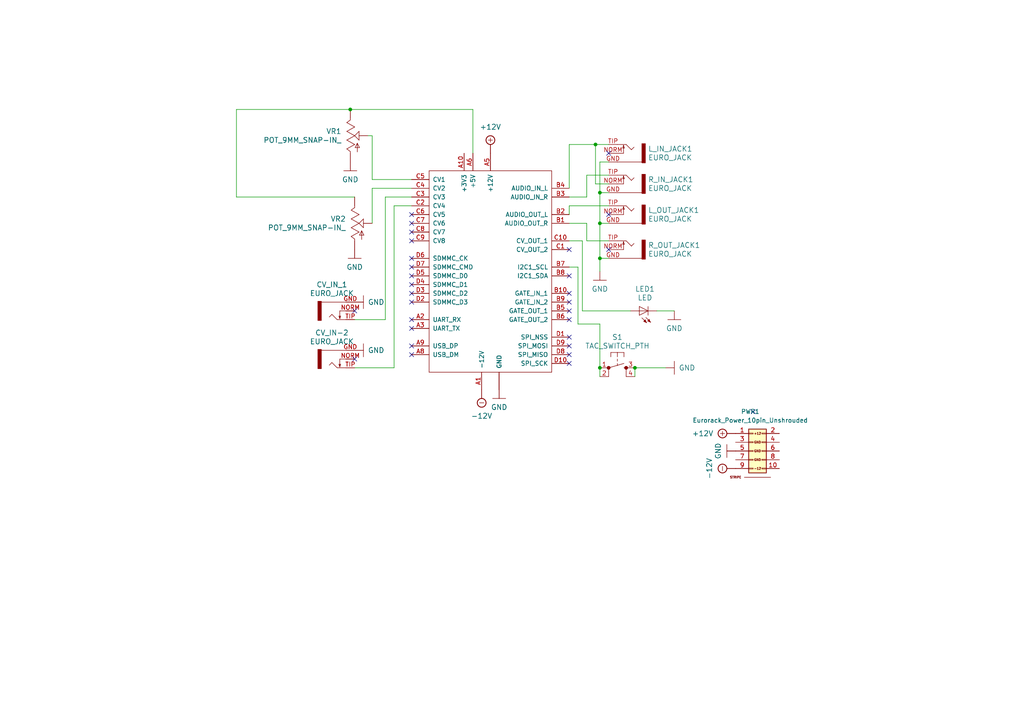
<source format=kicad_sch>
(kicad_sch (version 20230121) (generator eeschema)
  (paper "A4")
  (title_block (title "Simplest Patch SM Module") (date "2023-12-21"))
  (lib_symbols
    (symbol "ES_Daisy_Patch_SM_FB_Rev1-eagle-import:+12V" (power) (pin_names (offset 1.016))
      (property "Value" "+12V" (at -2.54 3.175 0))
      (symbol "+12V_1_0"
        (polyline (pts (xy -0.635 1.27) (xy 0.635 1.27)))
        (polyline (pts (xy 0 1.905) (xy 0 0.635)))
        (circle (center 0 1.27) (radius 1.27) (stroke (width 0.254)))
        (pin power_in line (at 0 -2.54 90) (length 2.54) (name "+12V") (number "1"))
      )
    )
    (symbol "ES_Daisy_Patch_SM_FB_Rev1-eagle-import:-12V" (power) (pin_names (offset 1.016))
      (property "Value" "-12V" (at -3.175 -4.699 0))
      (symbol "-12V_1_0"
        (circle (center 0 -1.27) (radius 1.27) (stroke (width 0.254)))
        (polyline (pts (xy -0.635 -1.27) (xy 0.635 -1.27)))
        (pin power_in line (at 0 2.54 270) (length 2.54) (name "-12V") (number "1"))
      )
    )
    (symbol "ES_Daisy_Patch_SM_FB_Rev1-eagle-import:ES_DAISY_PATCH_SM_REV1" (pin_names (offset 1.016))
      (symbol "ES_DAISY_PATCH_SM_REV1_1_0"
        (polyline (pts (xy -17.78 -30.48) (xy 17.78 -30.48)))
        (polyline (pts (xy -17.78 27.94) (xy -17.78 -30.48)))
        (polyline (pts (xy 17.78 -30.48) (xy 17.78 27.94)))
        (polyline (pts (xy 17.78 27.94) (xy -17.78 27.94)))
        (pin bidirectional line (at -2.54 -35.56 90) (length 5.08) (name "-12V") (number "A1"))
        (pin bidirectional line (at -7.62 33.02 270) (length 5.08) (name "+3V3") (number "A10"))
        (pin bidirectional line (at -22.86 -15.24 0) (length 5.08) (name "UART_RX") (number "A2"))
        (pin bidirectional line (at -22.86 -17.78 0) (length 5.08) (name "UART_TX") (number "A3"))
        (pin bidirectional line (at 2.54 -35.56 90) (length 5.08) (name "GND") (number "A4"))
        (pin bidirectional line (at 0 33.02 270) (length 5.08) (name "+12V") (number "A5"))
        (pin bidirectional line (at -5.08 33.02 270) (length 5.08) (name "+5V") (number "A6"))
        (pin bidirectional line (at 2.54 -35.56 90) (length 5.08) (name "GND") (number "A7"))
        (pin bidirectional line (at -22.86 -25.4 0) (length 5.08) (name "USB_DM") (number "A8"))
        (pin bidirectional line (at -22.86 -22.86 0) (length 5.08) (name "USB_DP") (number "A9"))
        (pin bidirectional line (at 22.86 12.7 180) (length 5.08) (name "AUDIO_OUT_R") (number "B1"))
        (pin bidirectional line (at 22.86 -7.62 180) (length 5.08) (name "GATE_IN_1") (number "B10"))
        (pin bidirectional line (at 22.86 15.24 180) (length 5.08) (name "AUDIO_OUT_L") (number "B2"))
        (pin bidirectional line (at 22.86 20.32 180) (length 5.08) (name "AUDIO_IN_R") (number "B3"))
        (pin bidirectional line (at 22.86 22.86 180) (length 5.08) (name "AUDIO_IN_L") (number "B4"))
        (pin bidirectional line (at 22.86 -12.7 180) (length 5.08) (name "GATE_OUT_1") (number "B5"))
        (pin bidirectional line (at 22.86 -15.24 180) (length 5.08) (name "GATE_OUT_2") (number "B6"))
        (pin bidirectional line (at 22.86 0 180) (length 5.08) (name "I2C1_SCL") (number "B7"))
        (pin bidirectional line (at 22.86 -2.54 180) (length 5.08) (name "I2C1_SDA") (number "B8"))
        (pin bidirectional line (at 22.86 -10.16 180) (length 5.08) (name "GATE_IN_2") (number "B9"))
        (pin bidirectional line (at 22.86 5.08 180) (length 5.08) (name "CV_OUT_2") (number "C1"))
        (pin bidirectional line (at 22.86 7.62 180) (length 5.08) (name "CV_OUT_1") (number "C10"))
        (pin bidirectional line (at -22.86 17.78 0) (length 5.08) (name "CV4") (number "C2"))
        (pin bidirectional line (at -22.86 20.32 0) (length 5.08) (name "CV3") (number "C3"))
        (pin bidirectional line (at -22.86 22.86 0) (length 5.08) (name "CV2") (number "C4"))
        (pin bidirectional line (at -22.86 25.4 0) (length 5.08) (name "CV1") (number "C5"))
        (pin bidirectional line (at -22.86 15.24 0) (length 5.08) (name "CV5") (number "C6"))
        (pin bidirectional line (at -22.86 12.7 0) (length 5.08) (name "CV6") (number "C7"))
        (pin bidirectional line (at -22.86 10.16 0) (length 5.08) (name "CV7") (number "C8"))
        (pin bidirectional line (at -22.86 7.62 0) (length 5.08) (name "CV8") (number "C9"))
        (pin bidirectional line (at 22.86 -20.32 180) (length 5.08) (name "SPI_NSS") (number "D1"))
        (pin bidirectional line (at 22.86 -27.94 180) (length 5.08) (name "SPI_SCK") (number "D10"))
        (pin bidirectional line (at -22.86 -10.16 0) (length 5.08) (name "SDMMC_D3") (number "D2"))
        (pin bidirectional line (at -22.86 -7.62 0) (length 5.08) (name "SDMMC_D2") (number "D3"))
        (pin bidirectional line (at -22.86 -5.08 0) (length 5.08) (name "SDMMC_D1") (number "D4"))
        (pin bidirectional line (at -22.86 -2.54 0) (length 5.08) (name "SDMMC_D0") (number "D5"))
        (pin bidirectional line (at -22.86 2.54 0) (length 5.08) (name "SDMMC_CK") (number "D6"))
        (pin bidirectional line (at -22.86 0 0) (length 5.08) (name "SDMMC_CMD") (number "D7"))
        (pin bidirectional line (at 22.86 -25.4 180) (length 5.08) (name "SPI_MISO") (number "D8"))
        (pin bidirectional line (at 22.86 -22.86 180) (length 5.08) (name "SPI_MOSI") (number "D9"))
      )
    )
    (symbol "ES_Daisy_Patch_SM_FB_Rev1-eagle-import:EURO_JACK" (pin_names (offset 1.016))
      (property "Reference" "J" (at -2.54 4.064 0))
      (property "Value" "EURO_JACK" (at -5.08 -6.35 0))
      (symbol "EURO_JACK_1_0"
        (polyline (pts (xy -2.54 -2.54) (xy 4.572 -2.54)))
        (polyline (pts (xy -2.54 0) (xy -0.762 0)))
        (polyline (pts (xy -2.54 2.54) (xy 0 2.54)))
        (polyline (pts (xy -1.016 1.524) (xy -0.508 1.524)))
        (polyline (pts (xy -0.762 0) (xy -0.762 2.286)))
        (polyline (pts (xy -0.762 2.286) (xy -1.016 1.524)))
        (polyline (pts (xy -0.508 1.524) (xy -0.762 2.286)))
        (polyline (pts (xy 0 2.54) (xy 1.524 1.016)))
        (polyline (pts (xy 1.524 1.016) (xy 2.286 1.778)))
        (rectangle (start 5.588 -2.794) (end 4.572 2.794) (fill (type outline)))
        (pin passive line (at -5.08 -2.54 0) (length 2.54) (name "GND") (number "GND"))
        (pin passive line (at -5.08 0 0) (length 2.54) (name "NORM") (number "NORM"))
        (pin passive line (at -5.08 2.54 0) (length 2.54) (name "TIP") (number "TIP"))
      )
    )
    (symbol "ES_Daisy_Patch_SM_FB_Rev1-eagle-import:GND" (power) (pin_names (offset 1.016))
      (property "Value" "GND" (at -2.54 -2.54 0))
      (symbol "GND_1_0"
        (polyline (pts (xy -1.905 0) (xy 1.905 0)))
        (pin power_in line (at 0 2.54 270) (length 2.54) (name "GND") (number "1"))
      )
    )
    (symbol "ES_Daisy_Patch_SM_FB_Rev1-eagle-import:LED" (pin_names (offset 1.016))
      (property "Reference" "LED" (at 3.556 -4.572 90))
      (property "Value" "LED" (at 5.715 -4.572 90))
      (symbol "LED_1_0"
        (polyline (pts (xy -2.032 -0.762) (xy -3.429 -2.159)))
        (polyline (pts (xy -1.905 -1.905) (xy -3.302 -3.302)))
        (polyline (pts (xy 0 -2.54) (xy -1.27 -2.54)))
        (polyline (pts (xy 0 -2.54) (xy -1.27 0)))
        (polyline (pts (xy 0 0) (xy -1.27 0)))
        (polyline (pts (xy 0 0) (xy 0 -2.54)))
        (polyline (pts (xy 1.27 -2.54) (xy 0 -2.54)))
        (polyline (pts (xy 1.27 0) (xy 0 -2.54)))
        (polyline (pts (xy 1.27 0) (xy 0 0)))
        (polyline (pts (xy -3.429 -2.159) (xy -3.048 -1.27) (xy -2.54 -1.778)) (fill (type outline)))
        (polyline (pts (xy -3.302 -3.302) (xy -2.921 -2.413) (xy -2.413 -2.921)) (fill (type outline)))
        (pin passive line (at 0 2.54 270) (length 2.54) (name "A") (number "A"))
        (pin passive line (at 0 -5.08 90) (length 2.54) (name "C") (number "K"))
      )
    )
    (symbol "ES_Daisy_Patch_SM_FB_Rev1-eagle-import:POT_9MM_SNAP-IN_" (pin_names (offset 1.016))
      (property "Reference" "VR" (at -5.08 -2.54 90))
      (property "Value" "POT_9MM_SNAP-IN_" (at -2.54 -2.54 90))
      (symbol "POT_9MM_SNAP-IN__1_0"
        (polyline (pts (xy -1.016 -3.81) (xy 1.27 -2.54)))
        (polyline (pts (xy -1.016 -1.27) (xy 1.27 0)))
        (polyline (pts (xy -1.016 1.27) (xy 1.27 2.54)))
        (polyline (pts (xy -1.016 3.81) (xy 0 4.572)))
        (polyline (pts (xy 0 -5.08) (xy 0 -4.572)))
        (polyline (pts (xy 0 -4.572) (xy -1.016 -3.81)))
        (polyline (pts (xy 0 4.572) (xy 0 5.08)))
        (polyline (pts (xy 1.27 -2.54) (xy -1.016 -1.27)))
        (polyline (pts (xy 1.27 0) (xy -1.016 1.27)))
        (polyline (pts (xy 1.27 0) (xy 2.54 1.27)))
        (polyline (pts (xy 1.27 2.54) (xy -1.016 3.81)))
        (polyline (pts (xy 1.397 -3.429) (xy 2.032 -2.159)))
        (polyline (pts (xy 2.032 -4.699) (xy 2.032 -2.159)))
        (polyline (pts (xy 2.032 -2.159) (xy 2.667 -3.429)))
        (polyline (pts (xy 2.54 -1.27) (xy 1.27 0)))
        (polyline (pts (xy 2.54 1.27) (xy 2.54 -1.27)))
        (polyline (pts (xy 2.667 -3.429) (xy 1.397 -3.429)))
        (pin passive line (at 0 -7.62 90) (length 2.54) (name "1") (number "1"))
        (pin passive line (at 5.08 0 180) (length 2.54) (name "2") (number "2"))
        (pin passive line (at 0 7.62 270) (length 2.54) (name "3") (number "3"))
      )
    )
    (symbol "ES_Daisy_Patch_SM_FB_Rev1-eagle-import:TAC_SWITCH_PTH" (pin_names (offset 1.016))
      (property "Reference" "S" (at -2.54 6.35 0))
      (property "Value" "TAC_SWITCH_PTH" (at -2.54 -6.35 0))
      (symbol "TAC_SWITCH_PTH_1_0"
        (circle (center -2.54 0) (radius 0.127) (stroke (width 0.4064)))
        (polyline (pts (xy -2.54 -2.54) (xy -2.54 0)))
        (polyline (pts (xy -2.54 0) (xy 1.905 1.27)))
        (polyline (pts (xy -1.905 4.445) (xy -1.905 3.175)))
        (polyline (pts (xy 0 1.27) (xy 0 0.635)))
        (polyline (pts (xy 0 2.54) (xy 0 1.905)))
        (polyline (pts (xy 0 4.445) (xy -1.905 4.445)))
        (polyline (pts (xy 0 4.445) (xy 0 3.175)))
        (polyline (pts (xy 1.905 0) (xy 2.54 0)))
        (polyline (pts (xy 1.905 4.445) (xy 0 4.445)))
        (polyline (pts (xy 1.905 4.445) (xy 1.905 3.175)))
        (polyline (pts (xy 2.54 -2.54) (xy 2.54 0)))
        (circle (center 2.54 0) (radius 0.127) (stroke (width 0.4064)))
        (pin passive line (at -5.08 0 0) (length 2.54) (name "1") (number "1"))
        (pin passive line (at -5.08 -2.54 0) (length 2.54) (name "2") (number "2"))
        (pin passive line (at 5.08 0 180) (length 2.54) (name "3") (number "3"))
        (pin passive line (at 5.08 -2.54 180) (length 2.54) (name "4") (number "4"))
      )
    )
    (symbol "PCM_4ms_Connector:Eurorack_Power_10pin_Unshrouded" (pin_names (offset 0.0254) hide)
      (property "Reference" "J" (at 0 3.81 0))
      (property "Value" "Eurorack_Power_10pin_Unshrouded" (at 0 6.35 0))
      (symbol "Eurorack_Power_10pin_Unshrouded_0_0"
        (text "+12" (at 0 1.27 0) (effects (font (size 0.635 0.635))))
        (text "-12" (at 0 -8.89 0) (effects (font (size 0.635 0.635))))
        (text "GND" (at 0 -6.35 0) (effects (font (size 0.635 0.635))))
        (text "GND" (at 0 -3.81 0) (effects (font (size 0.635 0.635))))
        (text "GND" (at 0 -1.27 0) (effects (font (size 0.635 0.635))))
        (text "STRIPE" (at -6.35 -11.43 0) (effects (font (size 0.635 0.635))))
      )
      (symbol "Eurorack_Power_10pin_Unshrouded_0_1"
        (rectangle (start -2.54 -10.16) (end 2.54 2.54) (stroke (width 0.254)) (fill (type background)))
        (rectangle (start -2.54 -8.763) (end -1.27 -9.017))
        (rectangle (start -2.54 -6.223) (end -1.27 -6.477))
        (rectangle (start -2.54 -3.683) (end -1.27 -3.937))
        (rectangle (start -2.54 -1.143) (end -1.27 -1.397))
        (rectangle (start -2.54 1.397) (end -1.27 1.143))
        (polyline (pts (xy -3.81 -11.43) (xy 3.81 -11.43) (xy 1.27 -11.43)))
        (rectangle (start 1.27 -8.763) (end 2.54 -9.017))
        (rectangle (start 1.27 -6.223) (end 2.54 -6.477))
        (rectangle (start 1.27 -3.683) (end 2.54 -3.937))
        (rectangle (start 1.27 -1.143) (end 2.54 -1.397))
        (rectangle (start 1.27 1.397) (end 2.54 1.143))
      )
      (symbol "Eurorack_Power_10pin_Unshrouded_1_1"
        (pin passive line (at -6.35 1.27 0) (length 3.81) (name "+12V") (number "1"))
        (pin passive line (at 6.35 -8.89 180) (length 3.81) (name "-12V") (number "10"))
        (pin passive line (at 6.35 1.27 180) (length 3.81) (name "+12V") (number "2"))
        (pin passive line (at -6.35 -1.27 0) (length 3.81) (name "GND") (number "3"))
        (pin passive line (at 6.35 -1.27 180) (length 3.81) (name "GND") (number "4"))
        (pin passive line (at -6.35 -3.81 0) (length 3.81) (name "GND") (number "5"))
        (pin passive line (at 6.35 -3.81 180) (length 3.81) (name "GND") (number "6"))
        (pin passive line (at -6.35 -6.35 0) (length 3.81) (name "GND") (number "7"))
        (pin passive line (at 6.35 -6.35 180) (length 3.81) (name "GND") (number "8"))
        (pin passive line (at -6.35 -8.89 0) (length 3.81) (name "-12V") (number "9"))
      )
    )
  )
  (junction (at 173.99 74.93))
  (junction (at 173.99 64.77))
  (junction (at 101.6 31.75))
  (junction (at 173.99 55.88))
  (junction (at 184.15 106.68))
  (junction (at 172.72 41.91))
  (junction (at 173.99 106.68))
  (no_connect (at 165.1 97.79))
  (no_connect (at 119.38 80.01))
  (no_connect (at 102.87 90.17))
  (no_connect (at 119.38 69.85))
  (no_connect (at 102.87 104.14))
  (no_connect (at 165.1 105.41))
  (no_connect (at 119.38 102.87))
  (no_connect (at 218.44 119.38))
  (no_connect (at 119.38 64.77))
  (no_connect (at 165.1 85.09))
  (no_connect (at 176.53 72.39))
  (no_connect (at 165.1 87.63))
  (no_connect (at 176.53 62.23))
  (no_connect (at 165.1 80.01))
  (no_connect (at 119.38 62.23))
  (no_connect (at 165.1 92.71))
  (no_connect (at 119.38 85.09))
  (no_connect (at 165.1 90.17))
  (no_connect (at 119.38 87.63))
  (no_connect (at 119.38 82.55))
  (no_connect (at 119.38 92.71))
  (no_connect (at 119.38 77.47))
  (no_connect (at 165.1 100.33))
  (no_connect (at 119.38 67.31))
  (no_connect (at 165.1 72.39))
  (no_connect (at 119.38 74.93))
  (no_connect (at 176.53 44.45))
  (no_connect (at 119.38 95.25))
  (no_connect (at 165.1 102.87))
  (no_connect (at 119.38 100.33))
  (wire (pts (xy 176.53 69.85) (xy 170.18 69.85)))
  (wire (pts (xy 165.1 41.91) (xy 165.1 54.61)))
  (wire (pts (xy 176.53 50.8) (xy 170.18 50.8)))
  (wire (pts (xy 170.18 57.15) (xy 165.1 57.15)))
  (wire (pts (xy 173.99 106.68) (xy 173.99 93.98)))
  (wire (pts (xy 184.15 106.68) (xy 184.15 109.22)))
  (wire (pts (xy 173.99 46.99) (xy 173.99 55.88)))
  (wire (pts (xy 176.53 46.99) (xy 173.99 46.99)))
  (wire (pts (xy 68.58 57.15) (xy 68.58 31.75)))
  (wire (pts (xy 111.76 92.71) (xy 111.76 57.15)))
  (wire (pts (xy 167.64 77.47) (xy 165.1 77.47)))
  (wire (pts (xy 168.91 90.17) (xy 168.91 69.85)))
  (wire (pts (xy 195.58 90.17) (xy 190.5 90.17)))
  (wire (pts (xy 176.53 55.88) (xy 173.99 55.88)))
  (wire (pts (xy 68.58 31.75) (xy 101.6 31.75)))
  (wire (pts (xy 193.04 106.68) (xy 184.15 106.68)))
  (wire (pts (xy 111.76 57.15) (xy 119.38 57.15)))
  (wire (pts (xy 137.16 31.75) (xy 101.6 31.75)))
  (wire (pts (xy 172.72 53.34) (xy 172.72 41.91)))
  (wire (pts (xy 173.99 64.77) (xy 176.53 64.77)))
  (wire (pts (xy 165.1 59.69) (xy 165.1 62.23)))
  (wire (pts (xy 176.53 53.34) (xy 172.72 53.34)))
  (wire (pts (xy 167.64 93.98) (xy 167.64 77.47)))
  (wire (pts (xy 170.18 64.77) (xy 165.1 64.77)))
  (wire (pts (xy 102.87 57.15) (xy 68.58 57.15)))
  (wire (pts (xy 173.99 74.93) (xy 173.99 64.77)))
  (wire (pts (xy 119.38 59.69) (xy 114.3 59.69)))
  (wire (pts (xy 102.87 92.71) (xy 111.76 92.71)))
  (wire (pts (xy 114.3 106.68) (xy 102.87 106.68)))
  (wire (pts (xy 173.99 55.88) (xy 173.99 64.77)))
  (wire (pts (xy 107.95 52.07) (xy 119.38 52.07)))
  (wire (pts (xy 173.99 93.98) (xy 167.64 93.98)))
  (wire (pts (xy 170.18 50.8) (xy 170.18 57.15)))
  (wire (pts (xy 173.99 106.68) (xy 173.99 109.22)))
  (wire (pts (xy 107.95 54.61) (xy 119.38 54.61)))
  (wire (pts (xy 168.91 69.85) (xy 165.1 69.85)))
  (wire (pts (xy 137.16 44.45) (xy 137.16 31.75)))
  (wire (pts (xy 176.53 74.93) (xy 173.99 74.93)))
  (wire (pts (xy 114.3 59.69) (xy 114.3 106.68)))
  (wire (pts (xy 170.18 69.85) (xy 170.18 64.77)))
  (wire (pts (xy 106.68 39.37) (xy 107.95 39.37)))
  (wire (pts (xy 172.72 41.91) (xy 165.1 41.91)))
  (wire (pts (xy 176.53 59.69) (xy 165.1 59.69)))
  (wire (pts (xy 107.95 64.77) (xy 107.95 54.61)))
  (wire (pts (xy 107.95 39.37) (xy 107.95 52.07)))
  (wire (pts (xy 176.53 41.91) (xy 172.72 41.91)))
  (wire (pts (xy 182.88 90.17) (xy 168.91 90.17)))
  (wire (pts (xy 173.99 74.93) (xy 173.99 78.74)))
  (symbol (lib_id "ES_Daisy_Patch_SM_FB_Rev1-eagle-import:GND") (at 210.82 130.81 270) (unit 1)
    (property "Reference" "#GND02" (effects hide))
    (property "Value" "GND" (at 208.28 130.81 0) (effects (font (size 1.4986 1.4986))))
  )
  (symbol (lib_id "ES_Daisy_Patch_SM_FB_Rev1-eagle-import:POT_9MM_SNAP-IN_") (at 101.6 39.37 0) (unit 1)
    (property "Reference" "VR1" (at 99.06 38.0999 0) (effects (font (size 1.4986 1.4986)) (justify right)))
    (property "Value" "POT_9MM_SNAP-IN_" (at 99.06 40.6399 0) (effects (font (size 1.4986 1.4986)) (justify right)))
    (property "Footprint" "ES_Daisy_Patch_SM_FB_Rev1:9MM_SNAP-IN_POT_SILK" (effects hide))
  )
  (symbol (lib_id "ES_Daisy_Patch_SM_FB_Rev1-eagle-import:GND") (at 105.41 101.6 90) (unit 1)
    (property "Reference" "#GND06" (effects hide))
    (property "Value" "GND" (at 106.68 101.5999 90) (effects (font (size 1.4986 1.4986)) (justify right)))
  )
  (symbol (lib_id "ES_Daisy_Patch_SM_FB_Rev1-eagle-import:EURO_JACK") (at 181.61 53.34 0) (unit 1)
    (property "Reference" "R_IN_JACK1" (at 187.96 52.0699 0) (effects (font (size 1.4986 1.4986)) (justify left)))
    (property "Value" "EURO_JACK" (at 187.96 54.6099 0) (effects (font (size 1.4986 1.4986)) (justify left)))
    (property "Footprint" "ES_Daisy_Patch_SM_FB_Rev1:S_JACK" (effects hide))
  )
  (symbol (lib_id "ES_Daisy_Patch_SM_FB_Rev1-eagle-import:EURO_JACK") (at 181.61 44.45 0) (unit 1)
    (property "Reference" "L_IN_JACK1" (at 187.96 43.1799 0) (effects (font (size 1.4986 1.4986)) (justify left)))
    (property "Value" "EURO_JACK" (at 187.96 45.7199 0) (effects (font (size 1.4986 1.4986)) (justify left)))
    (property "Footprint" "ES_Daisy_Patch_SM_FB_Rev1:S_JACK" (effects hide))
  )
  (symbol (lib_id "ES_Daisy_Patch_SM_FB_Rev1-eagle-import:EURO_JACK") (at 181.61 72.39 0) (unit 1)
    (property "Reference" "R_OUT_JACK1" (at 187.96 71.1199 0) (effects (font (size 1.4986 1.4986)) (justify left)))
    (property "Value" "EURO_JACK" (at 187.96 73.6599 0) (effects (font (size 1.4986 1.4986)) (justify left)))
    (property "Footprint" "ES_Daisy_Patch_SM_FB_Rev1:S_JACK" (effects hide))
  )
  (symbol (lib_id "ES_Daisy_Patch_SM_FB_Rev1-eagle-import:GND") (at 173.99 81.28 0) (unit 1)
    (property "Reference" "#GND03" (effects hide))
    (property "Value" "GND" (at 173.99 83.82 0) (effects (font (size 1.4986 1.4986))))
  )
  (symbol (lib_id "ES_Daisy_Patch_SM_FB_Rev1-eagle-import:EURO_JACK") (at 181.61 62.23 0) (unit 1)
    (property "Reference" "L_OUT_JACK1" (at 187.96 60.9599 0) (effects (font (size 1.4986 1.4986)) (justify left)))
    (property "Value" "EURO_JACK" (at 187.96 63.4999 0) (effects (font (size 1.4986 1.4986)) (justify left)))
    (property "Footprint" "ES_Daisy_Patch_SM_FB_Rev1:S_JACK" (effects hide))
  )
  (symbol (lib_id "ES_Daisy_Patch_SM_FB_Rev1-eagle-import:GND") (at 195.58 92.71 0) (unit 1)
    (property "Reference" "#GND09" (effects hide))
    (property "Value" "GND" (at 195.58 95.25 0) (effects (font (size 1.4986 1.4986))))
  )
  (symbol (lib_id "ES_Daisy_Patch_SM_FB_Rev1-eagle-import:GND") (at 144.78 115.57 0) (unit 1)
    (property "Reference" "#GND01" (effects hide))
    (property "Value" "GND" (at 144.78 118.11 0) (effects (font (size 1.4986 1.4986))))
  )
  (symbol (lib_id "ES_Daisy_Patch_SM_FB_Rev1-eagle-import:GND") (at 105.41 87.63 90) (unit 1)
    (property "Reference" "#GND05" (effects hide))
    (property "Value" "GND" (at 106.68 87.6299 90) (effects (font (size 1.4986 1.4986)) (justify right)))
  )
  (symbol (lib_id "ES_Daisy_Patch_SM_FB_Rev1-eagle-import:LED") (at 185.42 90.17 90) (unit 1)
    (property "Reference" "LED1" (at 187.071 83.82 90) (effects (font (size 1.4986 1.4986))))
    (property "Value" "LED" (at 187.071 86.36 90) (effects (font (size 1.4986 1.4986))))
    (property "Footprint" "ES_Daisy_Patch_SM_FB_Rev1:LED" (effects hide))
  )
  (symbol (lib_id "ES_Daisy_Patch_SM_FB_Rev1-eagle-import:-12V") (at 210.82 135.89 270) (unit 1)
    (property "Reference" "#SUPPLY04" (effects hide))
    (property "Value" "-12V" (at 205.74 135.89 0) (effects (font (size 1.4986 1.4986))))
  )
  (symbol (lib_id "ES_Daisy_Patch_SM_FB_Rev1-eagle-import:POT_9MM_SNAP-IN_") (at 102.87 64.77 0) (unit 1)
    (property "Reference" "VR2" (at 100.33 63.4999 0) (effects (font (size 1.4986 1.4986)) (justify right)))
    (property "Value" "POT_9MM_SNAP-IN_" (at 100.33 66.0399 0) (effects (font (size 1.4986 1.4986)) (justify right)))
    (property "Footprint" "ES_Daisy_Patch_SM_FB_Rev1:9MM_SNAP-IN_POT_SILK" (effects hide))
  )
  (symbol (lib_id "ES_Daisy_Patch_SM_FB_Rev1-eagle-import:GND") (at 102.87 74.93 0) (unit 1)
    (property "Reference" "#GND04" (effects hide))
    (property "Value" "GND" (at 102.87 77.47 0) (effects (font (size 1.4986 1.4986))))
  )
  (symbol (lib_id "ES_Daisy_Patch_SM_FB_Rev1-eagle-import:+12V") (at 210.82 125.73 90) (unit 1)
    (property "Reference" "#SUPPLY03" (effects hide))
    (property "Value" "+12V" (at 206.9539 125.7299 90) (effects (font (size 1.4986 1.4986)) (justify left)))
  )
  (symbol (lib_id "ES_Daisy_Patch_SM_FB_Rev1-eagle-import:GND") (at 195.58 106.68 90) (unit 1)
    (property "Reference" "#GND08" (effects hide))
    (property "Value" "GND" (at 196.85 106.6799 90) (effects (font (size 1.4986 1.4986)) (justify right)))
  )
  (symbol (lib_id "ES_Daisy_Patch_SM_FB_Rev1-eagle-import:EURO_JACK") (at 97.79 90.17 180) (unit 1)
    (property "Reference" "CV_IN_1" (at 96.266 82.55 0) (effects (font (size 1.4986 1.4986))))
    (property "Value" "EURO_JACK" (at 96.266 85.09 0) (effects (font (size 1.4986 1.4986))))
    (property "Footprint" "ES_Daisy_Patch_SM_FB_Rev1:S_JACK" (effects hide))
  )
  (symbol (lib_id "ES_Daisy_Patch_SM_FB_Rev1-eagle-import:+12V") (at 142.24 41.91 0) (unit 1)
    (property "Reference" "#SUPPLY01" (effects hide))
    (property "Value" "+12V" (at 142.24 36.83 0) (effects (font (size 1.4986 1.4986))))
  )
  (symbol (lib_id "ES_Daisy_Patch_SM_FB_Rev1-eagle-import:GND") (at 101.6 49.53 0) (unit 1)
    (property "Reference" "#GND07" (effects hide))
    (property "Value" "GND" (at 101.6 52.07 0) (effects (font (size 1.4986 1.4986))))
  )
  (symbol (lib_id "ES_Daisy_Patch_SM_FB_Rev1-eagle-import:TAC_SWITCH_PTH") (at 179.07 106.68 0) (unit 1)
    (property "Reference" "S1" (at 179.07 97.79 0) (effects (font (size 1.4986 1.4986))))
    (property "Value" "TAC_SWITCH_PTH" (at 179.07 100.33 0) (effects (font (size 1.4986 1.4986))))
    (property "Footprint" "ES_Daisy_Patch_SM_FB_Rev1:TL1105SPF250Q_SILK" (effects hide))
  )
  (symbol (lib_id "ES_Daisy_Patch_SM_FB_Rev1-eagle-import:ES_DAISY_PATCH_SM_REV1") (at 142.24 77.47 0) (unit 1)
    (property "Reference" "PATCH_SM1" (effects hide))
    (property "Value" "ES_DAISY_PATCH_SM_REV1" (effects hide))
    (property "Footprint" "ES_Daisy_Patch_SM_FB_Rev1:ES_DAISY_PATCH_SM_REV1" (effects hide))
  )
  (symbol (lib_id "ES_Daisy_Patch_SM_FB_Rev1-eagle-import:-12V") (at 139.7 115.57 0) (unit 1)
    (property "Reference" "#SUPPLY02" (effects hide))
    (property "Value" "-12V" (at 139.7 120.65 0) (effects (font (size 1.4986 1.4986))))
  )
  (symbol (lib_id "ES_Daisy_Patch_SM_FB_Rev1-eagle-import:EURO_JACK") (at 97.79 104.14 180) (unit 1)
    (property "Reference" "CV_IN-2" (at 96.266 96.52 0) (effects (font (size 1.4986 1.4986))))
    (property "Value" "EURO_JACK" (at 96.266 99.06 0) (effects (font (size 1.4986 1.4986))))
    (property "Footprint" "ES_Daisy_Patch_SM_FB_Rev1:S_JACK" (effects hide))
  )
  (symbol (lib_id "PCM_4ms_Connector:Eurorack_Power_10pin_Unshrouded") (at 219.71 127 0) (unit 1)
    (property "Reference" "PWR1" (at 217.6033 119.38 0))
    (property "Value" "Eurorack_Power_10pin_Unshrouded" (at 217.6033 121.92 0))
    (property "Footprint" "PCM_4ms_Connector:Pins_2x05_2.54mm_TH_Europower" (effects hide))
    (property "Specifications" "HEADER 2x5 MALE PINS 0.100” 180deg" (effects hide))
    (property "Manufacturer" "TAD" (effects hide))
    (property "Part Number" "1-1002FBV0T" (effects hide))
  )
)
</source>
